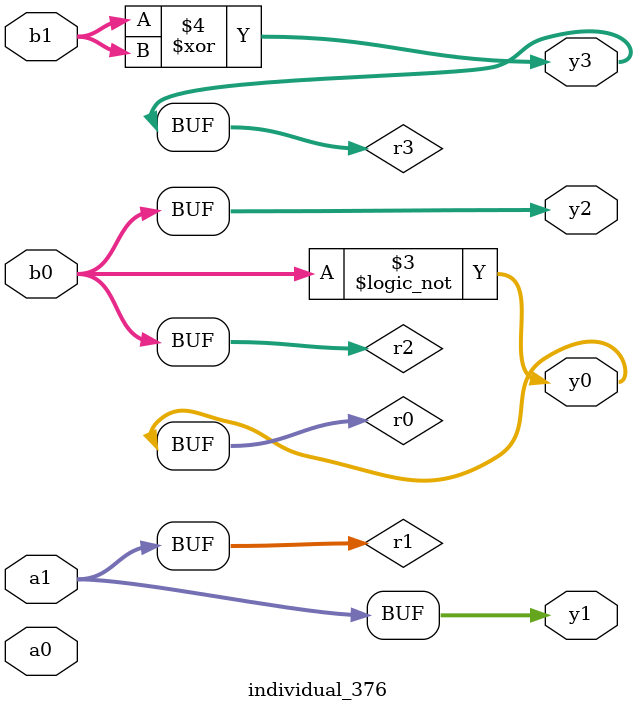
<source format=sv>
module individual_376(input logic [15:0] a1, input logic [15:0] a0, input logic [15:0] b1, input logic [15:0] b0, output logic [15:0] y3, output logic [15:0] y2, output logic [15:0] y1, output logic [15:0] y0);
logic [15:0] r0, r1, r2, r3; 
 always@(*) begin 
	 r0 = a0; r1 = a1; r2 = b0; r3 = b1; 
 	 r0  ^=  b1 ;
 	 r0 = ! b0 ;
 	 r3  ^=  b1 ;
 	 y3 = r3; y2 = r2; y1 = r1; y0 = r0; 
end
endmodule
</source>
